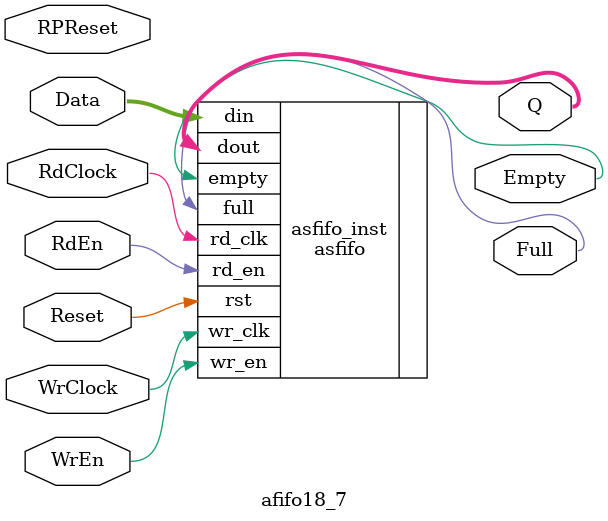
<source format=v>
`default_nettype none
module afifo18_7 (
	input wire [17:0] Data,
	input wire WrClock,
	input wire RdClock,
	input wire WrEn,
	input wire RdEn,
	input wire Reset,
	input wire RPReset,
	output wire [17:0] Q,
	output wire Empty,
	output wire Full
);

asfifo # (
	.DATA_WIDTH(18),
	.ADDRESS_WIDTH(7)
) asfifo_inst (
	.dout(Q), 
	.empty(Empty),
	.rd_en(RdEn),
	.rd_clk(RdClock),        
	.din(Data),  
	.full(Full),
	.wr_en(WrEn),
	.wr_clk(WrClock),
	.rst(Reset)
);

endmodule
`default_nettype wire

</source>
